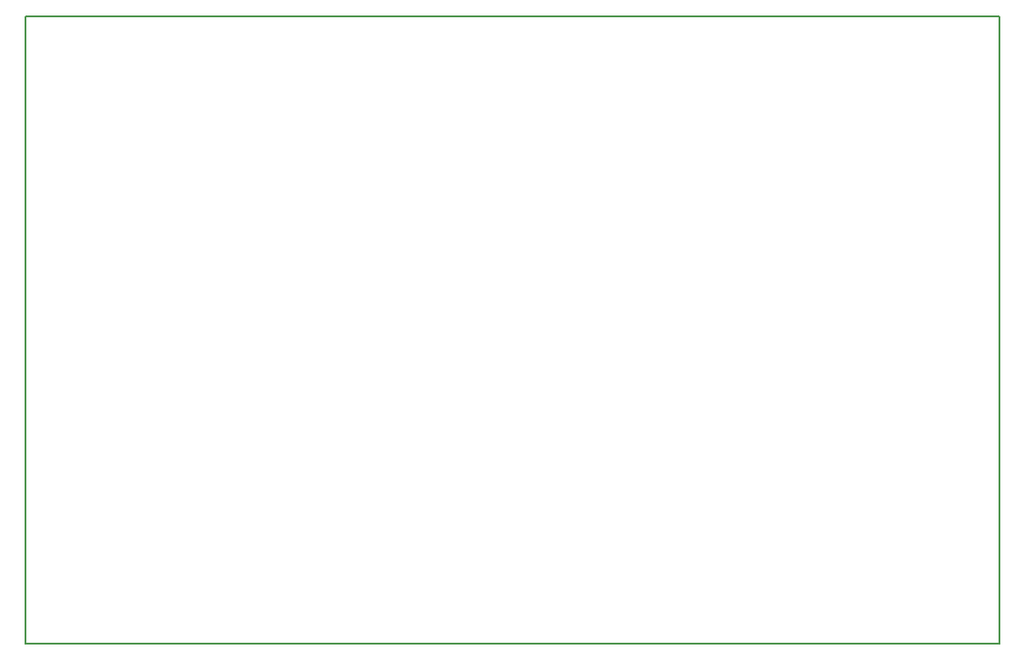
<source format=gbr>
G04 #@! TF.GenerationSoftware,KiCad,Pcbnew,(5.0.0)*
G04 #@! TF.CreationDate,2018-10-13T16:03:11-04:00*
G04 #@! TF.ProjectId,FanBoy,46616E426F792E6B696361645F706362,rev?*
G04 #@! TF.SameCoordinates,Original*
G04 #@! TF.FileFunction,Profile,NP*
%FSLAX46Y46*%
G04 Gerber Fmt 4.6, Leading zero omitted, Abs format (unit mm)*
G04 Created by KiCad (PCBNEW (5.0.0)) date 10/13/18 16:03:11*
%MOMM*%
%LPD*%
G01*
G04 APERTURE LIST*
%ADD10C,0.150000*%
G04 APERTURE END LIST*
D10*
X175006000Y-19558000D02*
X175006000Y-77978000D01*
X84328000Y-19558000D02*
X175006000Y-19558000D01*
X84328000Y-77978000D02*
X84328000Y-19558000D01*
X175006000Y-77978000D02*
X84328000Y-77978000D01*
M02*

</source>
